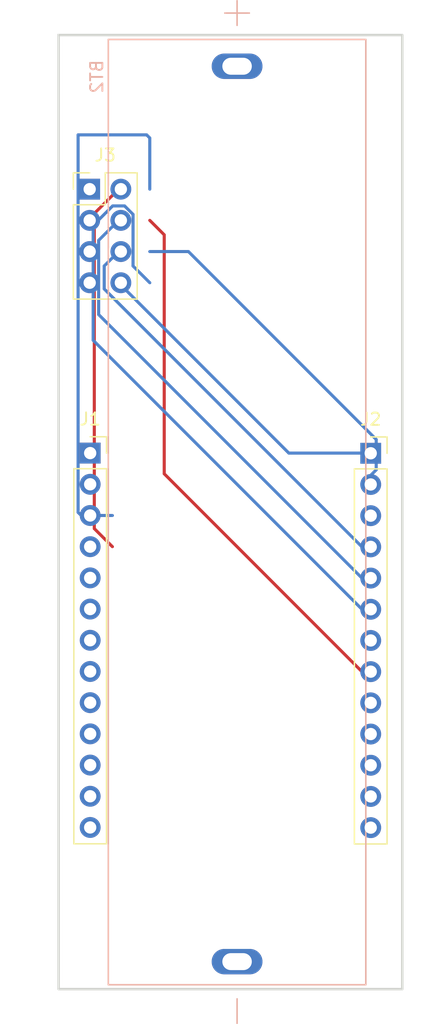
<source format=kicad_pcb>
(kicad_pcb (version 20221018) (generator pcbnew)
  (layers (0 "F.Cu" signal) (31 "B.Cu" signal) (34 "B.Paste" user) (35 "F.Paste" user) (36 "B.SilkS" user "B.Silkscreen") (37 "F.SilkS" user "F.Silkscreen") (38 "B.Mask" user) (39 "F.Mask" user) (44 "Edge.Cuts" user))
  (net 0 "")
  (net 3 "+3.3V")
  (net 4 "GND")
  (net 14 "Net-(J2-Pin_1)")
  (net 15 "Net-(J2-Pin_2)")
  (net 17 "Net-(J2-Pin_4)")
  (net 18 "Net-(J2-Pin_5)")
  (net 19 "Net-(J2-Pin_6)")
  (net 21 "Net-(J2-Pin_8)")
  (net 27 "+BATT")
  (footprint "Connector_PinSocket_2.54mm:PinSocket_2x04_P2.54mm_Vertical" (layer "F.Cu") (at 120.11 47.0916)
    (fp_text reference "J3" (at -1.31 -2.77) (layer "F.SilkS"))
    (fp_text value "Conn_02x04_Odd_Even")
    (fp_line (start -3.91 -1.33) (end -3.91 0) (stroke (width 0.12)) (layer "F.SilkS"))
    (fp_line (start -3.91 1.27) (end -3.91 8.95) (stroke (width 0.12)) (layer "F.SilkS"))
    (fp_line (start -2.58 -1.33) (end -3.91 -1.33) (stroke (width 0.12)) (layer "F.SilkS"))
    (fp_line (start -1.31 -1.33) (end -1.31 1.27) (stroke (width 0.12)) (layer "F.SilkS"))
    (fp_line (start -1.31 1.27) (end -3.91 1.27) (stroke (width 0.12)) (layer "F.SilkS"))
    (fp_line (start 1.29 -1.33) (end -1.31 -1.33) (stroke (width 0.12)) (layer "F.SilkS"))
    (fp_line (start 1.29 -1.33) (end 1.29 8.95) (stroke (width 0.12)) (layer "F.SilkS"))
    (fp_line (start 1.29 8.95) (end -3.91 8.95) (stroke (width 0.12)) (layer "F.SilkS"))
    (pad "1" thru_hole rect (at -2.58 0) (size 1.7 1.7) (drill 1) (layers "*.Cu" "*.Mask") (net 4 "GND"))
    (pad "2" thru_hole oval (at -0.04 0) (size 1.7 1.7) (drill 1) (layers "*.Cu" "*.Mask") (net 3 "+3.3V"))
    (pad "3" thru_hole oval (at -2.58 2.54) (size 1.7 1.7) (drill 1) (layers "*.Cu" "*.Mask") (net 18 "Net-(J2-Pin_5)"))
    (pad "4" thru_hole oval (at -0.04 2.54) (size 1.7 1.7) (drill 1) (layers "*.Cu" "*.Mask") (net 21 "Net-(J2-Pin_8)"))
    (pad "5" thru_hole oval (at -2.58 5.08) (size 1.7 1.7) (drill 1) (layers "*.Cu" "*.Mask") (net 17 "Net-(J2-Pin_4)"))
    (pad "6" thru_hole oval (at -0.04 5.08) (size 1.7 1.7) (drill 1) (layers "*.Cu" "*.Mask") (net 15 "Net-(J2-Pin_2)"))
    (pad "7" thru_hole oval (at -2.58 7.62) (size 1.7 1.7) (drill 1) (layers "*.Cu" "*.Mask") (net 14 "Net-(J2-Pin_1)"))
    (pad "8" thru_hole oval (at -0.04 7.62) (size 1.7 1.7) (drill 1) (layers "*.Cu" "*.Mask") (net 19 "Net-(J2-Pin_6)"))
  )
  (footprint "Connector_PinSocket_2.54mm:PinSocket_1x13_P2.54mm_Vertical" (layer "F.Cu") (at 140.43 68.595)
    (fp_text reference "J2" (at 0 -2.77) (layer "F.SilkS"))
    (fp_text value "Conn_01x13")
    (fp_line (start -1.33 1.27) (end -1.33 31.81) (stroke (width 0.12)) (layer "F.SilkS"))
    (fp_line (start -1.33 1.27) (end 1.33 1.27) (stroke (width 0.12)) (layer "F.SilkS"))
    (fp_line (start -1.33 31.81) (end 1.33 31.81) (stroke (width 0.12)) (layer "F.SilkS"))
    (fp_line (start 0 -1.33) (end 1.33 -1.33) (stroke (width 0.12)) (layer "F.SilkS"))
    (fp_line (start 1.33 -1.33) (end 1.33 0) (stroke (width 0.12)) (layer "F.SilkS"))
    (fp_line (start 1.33 1.27) (end 1.33 31.81) (stroke (width 0.12)) (layer "F.SilkS"))
    (pad "1" thru_hole rect (at 0 0) (size 1.7 1.7) (drill 1) (layers "*.Cu" "*.Mask") (net 14 "Net-(J2-Pin_1)"))
    (pad "2" thru_hole oval (at 0 2.54) (size 1.7 1.7) (drill 1) (layers "*.Cu" "*.Mask") (net 15 "Net-(J2-Pin_2)"))
    (pad "3" thru_hole oval (at 0 5.08) (size 1.7 1.7) (drill 1) (layers "*.Cu" "*.Mask"))
    (pad "4" thru_hole oval (at 0 7.62) (size 1.7 1.7) (drill 1) (layers "*.Cu" "*.Mask") (net 17 "Net-(J2-Pin_4)"))
    (pad "5" thru_hole oval (at 0 10.16) (size 1.7 1.7) (drill 1) (layers "*.Cu" "*.Mask") (net 18 "Net-(J2-Pin_5)"))
    (pad "6" thru_hole oval (at 0 12.7) (size 1.7 1.7) (drill 1) (layers "*.Cu" "*.Mask") (net 19 "Net-(J2-Pin_6)"))
    (pad "7" thru_hole oval (at 0 15.24) (size 1.7 1.7) (drill 1) (layers "*.Cu" "*.Mask"))
    (pad "8" thru_hole oval (at 0 17.78) (size 1.7 1.7) (drill 1) (layers "*.Cu" "*.Mask") (net 21 "Net-(J2-Pin_8)"))
    (pad "9" thru_hole oval (at 0 20.32) (size 1.7 1.7) (drill 1) (layers "*.Cu" "*.Mask"))
    (pad "10" thru_hole oval (at 0 22.86) (size 1.7 1.7) (drill 1) (layers "*.Cu" "*.Mask"))
    (pad "11" thru_hole oval (at 0 25.4) (size 1.7 1.7) (drill 1) (layers "*.Cu" "*.Mask"))
    (pad "12" thru_hole oval (at 0 27.94) (size 1.7 1.7) (drill 1) (layers "*.Cu" "*.Mask"))
    (pad "13" thru_hole oval (at 0 30.48) (size 1.7 1.7) (drill 1) (layers "*.Cu" "*.Mask"))
  )
  (footprint "Connector_PinSocket_2.54mm:PinSocket_1x13_P2.54mm_Vertical" (layer "F.Cu") (at 117.57 68.58)
    (fp_text reference "J1" (at 0 -2.77) (layer "F.SilkS"))
    (fp_text value "Conn_01x13")
    (fp_line (start -1.33 1.27) (end -1.33 31.81) (stroke (width 0.12)) (layer "F.SilkS"))
    (fp_line (start -1.33 1.27) (end 1.33 1.27) (stroke (width 0.12)) (layer "F.SilkS"))
    (fp_line (start -1.33 31.81) (end 1.33 31.81) (stroke (width 0.12)) (layer "F.SilkS"))
    (fp_line (start 0 -1.33) (end 1.33 -1.33) (stroke (width 0.12)) (layer "F.SilkS"))
    (fp_line (start 1.33 -1.33) (end 1.33 0) (stroke (width 0.12)) (layer "F.SilkS"))
    (fp_line (start 1.33 1.27) (end 1.33 31.81) (stroke (width 0.12)) (layer "F.SilkS"))
    (pad "1" thru_hole rect (at 0 0) (size 1.7 1.7) (drill 1) (layers "*.Cu" "*.Mask"))
    (pad "2" thru_hole oval (at 0 2.54) (size 1.7 1.7) (drill 1) (layers "*.Cu" "*.Mask"))
    (pad "3" thru_hole oval (at 0 5.08) (size 1.7 1.7) (drill 1) (layers "*.Cu" "*.Mask") (net 3 "+3.3V"))
    (pad "4" thru_hole oval (at 0 7.62) (size 1.7 1.7) (drill 1) (layers "*.Cu" "*.Mask") (net 4 "GND"))
    (pad "5" thru_hole oval (at 0 10.16) (size 1.7 1.7) (drill 1) (layers "*.Cu" "*.Mask"))
    (pad "6" thru_hole oval (at 0 12.7) (size 1.7 1.7) (drill 1) (layers "*.Cu" "*.Mask"))
    (pad "7" thru_hole oval (at 0 15.24) (size 1.7 1.7) (drill 1) (layers "*.Cu" "*.Mask"))
    (pad "8" thru_hole oval (at 0 17.78) (size 1.7 1.7) (drill 1) (layers "*.Cu" "*.Mask"))
    (pad "9" thru_hole oval (at 0 20.32) (size 1.7 1.7) (drill 1) (layers "*.Cu" "*.Mask"))
    (pad "10" thru_hole oval (at 0 22.86) (size 1.7 1.7) (drill 1) (layers "*.Cu" "*.Mask"))
    (pad "11" thru_hole oval (at 0 25.4) (size 1.7 1.7) (drill 1) (layers "*.Cu" "*.Mask"))
    (pad "12" thru_hole oval (at 0 27.94) (size 1.7 1.7) (drill 1) (layers "*.Cu" "*.Mask"))
    (pad "13" thru_hole oval (at 0 30.48) (size 1.7 1.7) (drill 1) (layers "*.Cu" "*.Mask"))
  )
  (footprint "BK-18650-PC2:BAT_BK-18650-PC2" (layer "B.Cu") (at 129.54 73.384 -90)
    (fp_text reference "BT2" (at -35.455 11.43 90) (layer "B.SilkS") (effects (justify mirror)))
    (fp_text value "BK-18650-PC2")
    (fp_line (start -41.63 0) (end -39.63 0) (stroke (width 0.127)) (layer "B.SilkS"))
    (fp_line (start -40.63 1) (end -40.63 -1) (stroke (width 0.127)) (layer "B.SilkS"))
    (fp_line (start -38.48 -10.49) (end -38.48 10.49) (stroke (width 0.127)) (layer "B.SilkS"))
    (fp_line (start -38.48 10.49) (end 38.48 10.49) (stroke (width 0.127)) (layer "B.SilkS"))
    (fp_line (start 38.48 -10.49) (end -38.48 -10.49) (stroke (width 0.127)) (layer "B.SilkS"))
    (fp_line (start 38.48 10.49) (end 38.48 -10.49) (stroke (width 0.127)) (layer "B.SilkS"))
    (fp_line (start 39.63 0) (end 41.63 0) (stroke (width 0.127)) (layer "B.SilkS"))
    (pad "" np_thru_hole circle (at -27.805 0 270) (size 3.2 3.2) (drill 3.2) (layers "*.Cu" "*.Mask"))
    (pad "" np_thru_hole circle (at 27.81 0 270) (size 3.2 3.2) (drill 3.2) (layers "*.Cu" "*.Mask"))
    (pad "+" thru_hole oval (at -36.3 0 270) (size 2.07 4.14) (drill oval 1.38 2.4) (layers "*.Cu" "*.Mask") (net 27 "+BATT"))
    (pad "-" thru_hole oval (at 36.6 0 270) (size 2.07 4.14) (drill oval 1.38 2.4) (layers "*.Cu" "*.Mask") (net 4 "GND"))
  )
  (gr_rect (start 115 34.544) (end 143 112.222) (stroke (width 0.2)) (fill none) (layer "Edge.Cuts"))
  (segment (start 122.428 42.926) (end 122.428 47.0916) (width 0.25) (layer "B.Cu") (net 3))
  (segment (start 119.38 73.66) (end 116.84 73.66) (width 0.25) (layer "B.Cu") (net 3))
  (segment (start 116.84 73.66) (end 116.586 73.406) (width 0.25) (layer "B.Cu") (net 3))
  (segment (start 116.586 42.672) (end 122.174 42.672) (width 0.25) (layer "B.Cu") (net 3))
  (segment (start 116.586 73.406) (end 116.586 42.672) (width 0.25) (layer "B.Cu") (net 3))
  (segment (start 122.174 42.672) (end 122.428 42.926) (width 0.25) (layer "B.Cu") (net 3))
  (segment (start 119.38 76.2) (end 117.905 74.725) (width 0.25) (layer "F.Cu") (net 4))
  (segment (start 117.905 49.0746) (end 119.888 47.0916) (width 0.25) (layer "F.Cu") (net 4))
  (segment (start 117.905 74.725) (end 117.905 49.0746) (width 0.25) (layer "F.Cu") (net 4))
  (segment (start 139.7 68.58) (end 133.7564 68.58) (width 0.25) (layer "B.Cu") (net 14))
  (segment (start 133.7564 68.58) (end 119.888 54.7116) (width 0.25) (layer "B.Cu") (net 14))
  (segment (start 140.875 67.469) (end 125.5776 52.1716) (width 0.25) (layer "B.Cu") (net 15))
  (segment (start 140.875 69.945) (end 140.875 67.469) (width 0.25) (layer "B.Cu") (net 15))
  (segment (start 125.5776 52.1716) (end 122.428 52.1716) (width 0.25) (layer "B.Cu") (net 15))
  (segment (start 139.7 71.12) (end 140.875 69.945) (width 0.25) (layer "B.Cu") (net 15))
  (segment (start 118.713 55.213) (end 118.713 53.3466) (width 0.25) (layer "B.Cu") (net 17))
  (segment (start 139.7 76.2) (end 118.713 55.213) (width 0.25) (layer "B.Cu") (net 17))
  (segment (start 118.713 53.3466) (end 119.888 52.1716) (width 0.25) (layer "B.Cu") (net 17))
  (segment (start 118.263 51.2566) (end 119.888 49.6316) (width 0.25) (layer "B.Cu") (net 18))
  (segment (start 139.7 78.74) (end 118.263 57.303) (width 0.25) (layer "B.Cu") (net 18))
  (segment (start 118.263 57.303) (end 118.263 51.2566) (width 0.25) (layer "B.Cu") (net 18))
  (segment (start 139.7 81.28) (end 117.813 59.393) (width 0.25) (layer "B.Cu") (net 19))
  (segment (start 121.063 49.144899) (end 121.063 53.3466) (width 0.25) (layer "B.Cu") (net 19))
  (segment (start 120.374701 48.4566) (end 121.063 49.144899) (width 0.25) (layer "B.Cu") (net 19))
  (segment (start 117.813 59.393) (end 117.813 50.044899) (width 0.25) (layer "B.Cu") (net 19))
  (segment (start 117.813 50.044899) (end 119.401299 48.4566) (width 0.25) (layer "B.Cu") (net 19))
  (segment (start 119.401299 48.4566) (end 120.374701 48.4566) (width 0.25) (layer "B.Cu") (net 19))
  (segment (start 121.063 53.3466) (end 122.428 54.7116) (width 0.25) (layer "B.Cu") (net 19))
  (segment (start 123.603 70.263) (end 123.603 50.8066) (width 0.25) (layer "F.Cu") (net 21))
  (segment (start 139.7 86.36) (end 123.603 70.263) (width 0.25) (layer "F.Cu") (net 21))
  (segment (start 123.603 50.8066) (end 122.428 49.6316) (width 0.25) (layer "F.Cu") (net 21))
)
</source>
